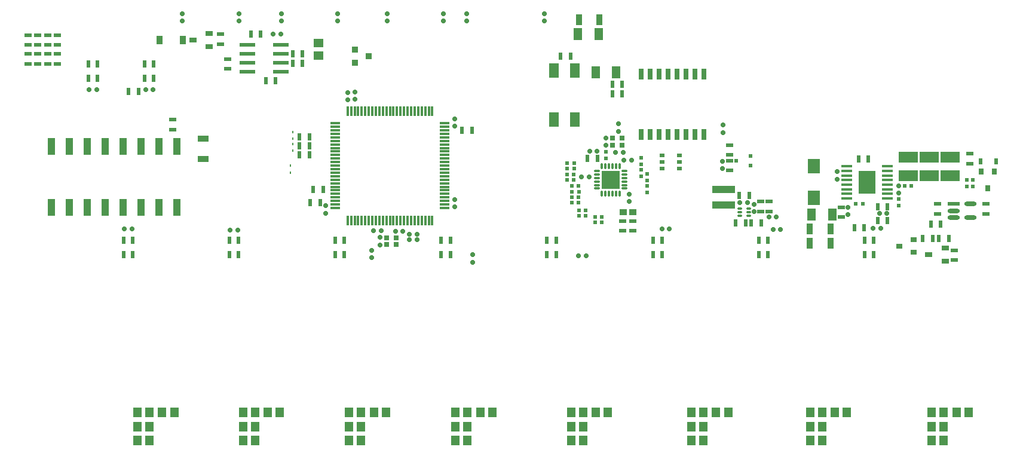
<source format=gbr>
%TF.GenerationSoftware,Altium Limited,Altium Designer,23.11.1 (41)*%
G04 Layer_Color=8421504*
%FSLAX45Y45*%
%MOMM*%
%TF.SameCoordinates,42F4153E-1698-40C0-8701-72EE62771F10*%
%TF.FilePolarity,Positive*%
%TF.FileFunction,Paste,Top*%
%TF.Part,Single*%
G01*
G75*
%TA.AperFunction,SMDPad,CuDef*%
%ADD12R,0.60000X1.00000*%
%ADD13R,0.60000X1.00000*%
%ADD14R,0.58000X0.55000*%
%ADD15R,0.80000X0.90000*%
%ADD16R,0.63000X0.83000*%
%ADD17R,1.00000X0.60000*%
%ADD18R,1.40000X2.00000*%
%ADD19R,1.75564X0.60981*%
G04:AMPARAMS|DCode=20|XSize=1.75564mm|YSize=0.60981mm|CornerRadius=0.3049mm|HoleSize=0mm|Usage=FLASHONLY|Rotation=0.000|XOffset=0mm|YOffset=0mm|HoleType=Round|Shape=RoundedRectangle|*
%AMROUNDEDRECTD20*
21,1,1.75564,0.00000,0,0,0.0*
21,1,1.14583,0.60981,0,0,0.0*
1,1,0.60980,0.57292,0.00000*
1,1,0.60980,-0.57292,0.00000*
1,1,0.60980,-0.57292,0.00000*
1,1,0.60980,0.57292,0.00000*
%
%ADD20ROUNDEDRECTD20*%
%ADD21R,1.20000X1.40000*%
%ADD22R,1.15000X1.40000*%
%ADD23R,1.80000X2.00000*%
G04:AMPARAMS|DCode=24|XSize=0.63mm|YSize=0.61mm|CornerRadius=0.14945mm|HoleSize=0mm|Usage=FLASHONLY|Rotation=0.000|XOffset=0mm|YOffset=0mm|HoleType=Round|Shape=RoundedRectangle|*
%AMROUNDEDRECTD24*
21,1,0.63000,0.31110,0,0,0.0*
21,1,0.33110,0.61000,0,0,0.0*
1,1,0.29890,0.16555,-0.15555*
1,1,0.29890,-0.16555,-0.15555*
1,1,0.29890,-0.16555,0.15555*
1,1,0.29890,0.16555,0.15555*
%
%ADD24ROUNDEDRECTD24*%
G04:AMPARAMS|DCode=25|XSize=0.3mm|YSize=0.67mm|CornerRadius=0.045mm|HoleSize=0mm|Usage=FLASHONLY|Rotation=270.000|XOffset=0mm|YOffset=0mm|HoleType=Round|Shape=RoundedRectangle|*
%AMROUNDEDRECTD25*
21,1,0.30000,0.58000,0,0,270.0*
21,1,0.21000,0.67000,0,0,270.0*
1,1,0.09000,-0.29000,-0.10500*
1,1,0.09000,-0.29000,0.10500*
1,1,0.09000,0.29000,0.10500*
1,1,0.09000,0.29000,-0.10500*
%
%ADD25ROUNDEDRECTD25*%
%ADD26R,0.76000X1.65000*%
%ADD27R,1.15000X1.80000*%
%ADD28R,0.55000X0.58000*%
G04:AMPARAMS|DCode=29|XSize=0.63mm|YSize=0.61mm|CornerRadius=0.14945mm|HoleSize=0mm|Usage=FLASHONLY|Rotation=270.000|XOffset=0mm|YOffset=0mm|HoleType=Round|Shape=RoundedRectangle|*
%AMROUNDEDRECTD29*
21,1,0.63000,0.31110,0,0,270.0*
21,1,0.33110,0.61000,0,0,270.0*
1,1,0.29890,-0.15555,-0.16555*
1,1,0.29890,-0.15555,0.16555*
1,1,0.29890,0.15555,0.16555*
1,1,0.29890,0.15555,-0.16555*
%
%ADD29ROUNDEDRECTD29*%
%ADD30R,0.58000X0.50000*%
%ADD31R,0.75000X0.70000*%
%ADD32R,0.25000X0.36000*%
%ADD33R,2.41000X3.29000*%
%ADD34R,1.50000X0.45000*%
%ADD35O,0.30000X0.85000*%
%ADD36O,0.85000X0.30000*%
%ADD37R,2.60000X2.60000*%
%ADD38R,2.16916X0.58213*%
%ADD39R,1.40000X1.20000*%
%ADD40R,0.85000X0.85000*%
%ADD41R,0.30000X1.47500*%
%ADD42R,1.47500X0.30000*%
%ADD43R,0.80000X0.55000*%
%ADD44R,3.20000X1.00000*%
%ADD45R,0.90000X1.60000*%
%ADD46R,1.60000X0.90000*%
%ADD48R,1.00000X0.80000*%
%ADD49R,0.91000X1.22000*%
%ADD50R,0.90000X0.80000*%
%ADD51R,2.80000X1.65000*%
%ADD52R,1.10606X0.95822*%
%ADD53R,1.13000X2.44000*%
D12*
X5150000Y8060000D02*
D03*
X5290000D02*
D03*
X14575262Y6030500D02*
D03*
X14715263D02*
D03*
X5963574Y6520912D02*
D03*
X5823574D02*
D03*
X12170000Y6050000D02*
D03*
X12030000D02*
D03*
X11950000D02*
D03*
X11810000D02*
D03*
X10060000Y8010000D02*
D03*
X10200000D02*
D03*
X10060000Y7880000D02*
D03*
X10200000D02*
D03*
X13960001Y6280000D02*
D03*
X13820000D02*
D03*
X5630000Y7010000D02*
D03*
X5770000D02*
D03*
X5630000Y7270000D02*
D03*
X5770000D02*
D03*
Y7140000D02*
D03*
X5630000D02*
D03*
X13489999Y5980000D02*
D03*
X13630000D02*
D03*
X13960001Y6080000D02*
D03*
X13820000D02*
D03*
X13689999Y6950000D02*
D03*
X13550000D02*
D03*
X9710013Y6960003D02*
D03*
X9850014D02*
D03*
X5920000Y6340000D02*
D03*
X5780000D02*
D03*
X4940000Y8720000D02*
D03*
X5080000D02*
D03*
X5530000Y8440000D02*
D03*
X5670000D02*
D03*
X5530000Y8310000D02*
D03*
X5670000D02*
D03*
X3205000Y7915000D02*
D03*
X3345000D02*
D03*
X9330000Y8410000D02*
D03*
X9470000D02*
D03*
X14830000Y5830000D02*
D03*
X14689999D02*
D03*
X14460001D02*
D03*
X14600000D02*
D03*
X11860000Y6440000D02*
D03*
X12000000D02*
D03*
X7930000Y7360000D02*
D03*
X8070000D02*
D03*
D13*
X10635000Y5800000D02*
D03*
Y5600000D02*
D03*
X10765000D02*
D03*
Y5800000D02*
D03*
X2765000Y8100000D02*
D03*
Y8300000D02*
D03*
X2635000D02*
D03*
Y8100000D02*
D03*
X3565000D02*
D03*
Y8300000D02*
D03*
X3435000D02*
D03*
Y8100000D02*
D03*
X13635001Y5800000D02*
D03*
Y5600000D02*
D03*
X13764999D02*
D03*
Y5800000D02*
D03*
X12135000D02*
D03*
Y5600000D02*
D03*
X12265000D02*
D03*
Y5800000D02*
D03*
X9135000D02*
D03*
Y5600000D02*
D03*
X9265000D02*
D03*
Y5800000D02*
D03*
X7635000D02*
D03*
Y5600000D02*
D03*
X7765000D02*
D03*
Y5800000D02*
D03*
X6135000D02*
D03*
Y5600000D02*
D03*
X6265000D02*
D03*
Y5800000D02*
D03*
X4635000D02*
D03*
Y5600000D02*
D03*
X4765000D02*
D03*
Y5800000D02*
D03*
X3135000D02*
D03*
Y5600000D02*
D03*
X3265000D02*
D03*
Y5800000D02*
D03*
D14*
X15086702Y6660566D02*
D03*
Y6565566D02*
D03*
X15166745Y6660566D02*
D03*
Y6565566D02*
D03*
X14120000Y6292500D02*
D03*
Y6387500D02*
D03*
X10470000Y6972500D02*
D03*
Y6877500D02*
D03*
Y6707500D02*
D03*
Y6802500D02*
D03*
X10555000Y6742500D02*
D03*
Y6647500D02*
D03*
Y6477500D02*
D03*
Y6572500D02*
D03*
X9970000Y6962500D02*
D03*
Y7057500D02*
D03*
D15*
X15470007Y6775566D02*
D03*
X15290009D02*
D03*
X15380008Y6535566D02*
D03*
D16*
X15501500Y6920000D02*
D03*
X15278500D02*
D03*
D17*
X15130000Y7030000D02*
D03*
X15130000Y6890000D02*
D03*
X15355263Y6315500D02*
D03*
Y6175499D02*
D03*
X14665263Y6315500D02*
D03*
Y6175499D02*
D03*
X2200000Y8710000D02*
D03*
Y8570000D02*
D03*
X2060000Y8710000D02*
D03*
Y8570000D02*
D03*
X1920000Y8710000D02*
D03*
Y8570000D02*
D03*
X1780000D02*
D03*
Y8710000D02*
D03*
X2200000Y8440000D02*
D03*
Y8300000D02*
D03*
X2060000Y8440000D02*
D03*
Y8300000D02*
D03*
X1920000Y8440000D02*
D03*
Y8300000D02*
D03*
X1780000Y8440000D02*
D03*
Y8300000D02*
D03*
X13305000Y6130000D02*
D03*
Y6270000D02*
D03*
X11720000Y7010000D02*
D03*
Y7150000D02*
D03*
Y6790000D02*
D03*
Y6930000D02*
D03*
X4610000Y8370000D02*
D03*
Y8230000D02*
D03*
X10210000Y5935000D02*
D03*
Y6075000D02*
D03*
X10350000Y5935000D02*
D03*
Y6075000D02*
D03*
X3830000Y7370000D02*
D03*
Y7510000D02*
D03*
X4505000Y8720000D02*
D03*
Y8580000D02*
D03*
X14910001Y5660000D02*
D03*
Y5520000D02*
D03*
X12280000Y6350000D02*
D03*
Y6210000D02*
D03*
X12160000Y6350001D02*
D03*
Y6210000D02*
D03*
D18*
X9230015Y7510003D02*
D03*
Y8210002D02*
D03*
X9530014Y7510003D02*
D03*
Y8210002D02*
D03*
D19*
X14897736Y6315500D02*
D03*
D20*
Y6220500D02*
D03*
Y6125500D02*
D03*
X15132791D02*
D03*
Y6315500D02*
D03*
D21*
X14755006Y3360000D02*
D03*
X14585007Y3360000D02*
D03*
X6502369Y3360000D02*
D03*
X6332369Y3360000D02*
D03*
X6502369Y3164979D02*
D03*
X6332369D02*
D03*
X6502369Y2969958D02*
D03*
X6332369D02*
D03*
X5003685Y3360000D02*
D03*
X4833685Y3360000D02*
D03*
X5003685Y3164979D02*
D03*
X4833685D02*
D03*
X5003685Y2969958D02*
D03*
X4833685Y2969959D02*
D03*
X8005006Y3360000D02*
D03*
X7835006D02*
D03*
X8005006Y3164979D02*
D03*
X7835006D02*
D03*
X8005006Y2969958D02*
D03*
X7835006D02*
D03*
X11353715Y3360000D02*
D03*
X11183715D02*
D03*
X11353715Y3164979D02*
D03*
X11183715D02*
D03*
X11353715Y2969958D02*
D03*
X11183715D02*
D03*
X9649131Y3360000D02*
D03*
X9479131D02*
D03*
X9649131Y3164979D02*
D03*
X9479131D02*
D03*
X9649131Y2969959D02*
D03*
X9479131Y2969958D02*
D03*
X13035007Y3360000D02*
D03*
X12865005D02*
D03*
X13035007Y3164979D02*
D03*
X12865005D02*
D03*
X13035007Y2969958D02*
D03*
X12865005D02*
D03*
X14755006Y3164979D02*
D03*
X14585007D02*
D03*
X14755006Y2969958D02*
D03*
X14585007D02*
D03*
X3505000Y3360000D02*
D03*
X3335000Y3360000D02*
D03*
X3505000Y3164979D02*
D03*
X3335000Y3164979D02*
D03*
X3505000Y2969958D02*
D03*
X3335000D02*
D03*
D22*
X6852145Y3361684D02*
D03*
X6682145D02*
D03*
X5350000D02*
D03*
X5180000D02*
D03*
X8360000D02*
D03*
X8190000D02*
D03*
X11701930D02*
D03*
X11531930D02*
D03*
X9997499D02*
D03*
X9827500D02*
D03*
X13381570D02*
D03*
X13211571D02*
D03*
X15108282D02*
D03*
X14938283D02*
D03*
X3853323D02*
D03*
X3683323D02*
D03*
D23*
X12920000Y6400000D02*
D03*
Y6850000D02*
D03*
D24*
X12382500Y6130000D02*
D03*
X12277500D02*
D03*
X13952499Y6180000D02*
D03*
X13847501D02*
D03*
X9737500Y7060000D02*
D03*
X9842500D02*
D03*
X6782500Y5940000D02*
D03*
X6677500D02*
D03*
X10332500Y6940000D02*
D03*
X10227500D02*
D03*
X10212501Y7050000D02*
D03*
X10107500D02*
D03*
X5257500Y8720000D02*
D03*
X5362500D02*
D03*
X9625000Y6700000D02*
D03*
X9730000D02*
D03*
X7187500Y5810000D02*
D03*
X7292500D02*
D03*
X7092500Y5930000D02*
D03*
X6987500D02*
D03*
X7187500Y5890000D02*
D03*
X7292500D02*
D03*
X11867500Y6340000D02*
D03*
X11972500D02*
D03*
X3447500Y7935000D02*
D03*
X3552500D02*
D03*
X4752500Y5950000D02*
D03*
X4647500D02*
D03*
X3252500Y5960000D02*
D03*
X3147500D02*
D03*
X2647500Y7940000D02*
D03*
X2752500D02*
D03*
X13757500Y5970000D02*
D03*
X13862500D02*
D03*
X12337500Y5955000D02*
D03*
X12442500D02*
D03*
X10765000Y5960000D02*
D03*
X10870000D02*
D03*
X9582500Y5580000D02*
D03*
X9687500D02*
D03*
D25*
X11866488Y6149997D02*
D03*
Y6199997D02*
D03*
Y6249997D02*
D03*
X11993487D02*
D03*
Y6199997D02*
D03*
Y6149997D02*
D03*
D26*
X10465500Y7304500D02*
D03*
X10592500D02*
D03*
X10719500D02*
D03*
X10846500D02*
D03*
X10973500D02*
D03*
X11100500D02*
D03*
X11227500D02*
D03*
X11354500D02*
D03*
Y8155500D02*
D03*
X11227500D02*
D03*
X11100500D02*
D03*
X10973500D02*
D03*
X10846500D02*
D03*
X10719500D02*
D03*
X10592500D02*
D03*
X10465500D02*
D03*
D27*
X9825000Y8180000D02*
D03*
X10115000D02*
D03*
X13175000Y6170000D02*
D03*
X12885001D02*
D03*
X9865000Y8720000D02*
D03*
X9575000D02*
D03*
D28*
X13512500Y6320000D02*
D03*
X13607500D02*
D03*
X9422500Y6895000D02*
D03*
X9517500D02*
D03*
X9517500Y6820000D02*
D03*
X9422500D02*
D03*
X9515000Y6735000D02*
D03*
X9419999D02*
D03*
X9417500Y6660000D02*
D03*
X9512500D02*
D03*
X9487500Y6570000D02*
D03*
X9582500D02*
D03*
X9585000Y6490000D02*
D03*
X9490000D02*
D03*
X9582500Y6415000D02*
D03*
X9487500D02*
D03*
Y6340000D02*
D03*
X9582500D02*
D03*
X9585000Y6225000D02*
D03*
X9680000D02*
D03*
Y6150000D02*
D03*
X9585000D02*
D03*
X9912500Y6135000D02*
D03*
X9817500D02*
D03*
X9912500Y6060000D02*
D03*
X9817500D02*
D03*
X14297501Y6570000D02*
D03*
X14202499D02*
D03*
D29*
X13400000Y6167500D02*
D03*
Y6272500D02*
D03*
X13250000Y6667500D02*
D03*
Y6772500D02*
D03*
X11620000Y6817499D02*
D03*
Y6922500D02*
D03*
X14120000Y6572500D02*
D03*
Y6467500D02*
D03*
X10150000Y7347500D02*
D03*
Y7452500D02*
D03*
X9970000Y7252500D02*
D03*
Y7147500D02*
D03*
X6000000Y6187500D02*
D03*
Y6292500D02*
D03*
X6410000Y7797500D02*
D03*
Y7902500D02*
D03*
X6310000Y7792500D02*
D03*
Y7897500D02*
D03*
X11630000Y7327500D02*
D03*
Y7432500D02*
D03*
X6770000Y5842500D02*
D03*
Y5737500D02*
D03*
X8080000Y5492500D02*
D03*
Y5597500D02*
D03*
X7830000Y7417500D02*
D03*
Y7522500D02*
D03*
Y6277500D02*
D03*
Y6382500D02*
D03*
X12070000Y6312501D02*
D03*
Y6207500D02*
D03*
X10300000Y6455001D02*
D03*
Y6350000D02*
D03*
X9100001Y9015001D02*
D03*
Y8910000D02*
D03*
X8000000Y9015001D02*
D03*
Y8910000D02*
D03*
X7670000Y9015001D02*
D03*
Y8910000D02*
D03*
X6870000Y9015001D02*
D03*
Y8910000D02*
D03*
X6170000Y9015001D02*
D03*
Y8910000D02*
D03*
X5369999Y9015001D02*
D03*
Y8910000D02*
D03*
X4769999Y9015001D02*
D03*
Y8910000D02*
D03*
X3969998Y9015001D02*
D03*
Y8910000D02*
D03*
X6650000Y5557500D02*
D03*
Y5662500D02*
D03*
D30*
X12021998Y6865011D02*
D03*
Y6995011D02*
D03*
X11817997Y6930011D02*
D03*
D31*
X6862500Y5840000D02*
D03*
X6997500D02*
D03*
Y5740000D02*
D03*
X6862500D02*
D03*
X10200000Y7250000D02*
D03*
X10065000D02*
D03*
Y7150000D02*
D03*
X10200000D02*
D03*
D32*
X5530000Y7242500D02*
D03*
Y7337500D02*
D03*
Y7167500D02*
D03*
Y7072500D02*
D03*
X5500000Y6762500D02*
D03*
Y6857500D02*
D03*
D33*
X13670000Y6622500D02*
D03*
D34*
X13960001Y6395000D02*
D03*
Y6460000D02*
D03*
Y6525000D02*
D03*
Y6590000D02*
D03*
Y6655000D02*
D03*
Y6720000D02*
D03*
Y6785000D02*
D03*
Y6850000D02*
D03*
X13380000Y6395000D02*
D03*
Y6460000D02*
D03*
Y6525000D02*
D03*
Y6590000D02*
D03*
Y6655000D02*
D03*
Y6720000D02*
D03*
Y6785000D02*
D03*
Y6850000D02*
D03*
D35*
X10165000Y6855000D02*
D03*
X10115000D02*
D03*
X10065000D02*
D03*
X10015000D02*
D03*
X9965000D02*
D03*
X9915000D02*
D03*
Y6465000D02*
D03*
X9965000D02*
D03*
X10015000D02*
D03*
X10065000D02*
D03*
X10115000D02*
D03*
X10165000D02*
D03*
D36*
X9845000Y6785000D02*
D03*
Y6735000D02*
D03*
Y6685000D02*
D03*
Y6635000D02*
D03*
Y6585000D02*
D03*
Y6535000D02*
D03*
X10235000D02*
D03*
Y6585000D02*
D03*
Y6635000D02*
D03*
Y6685000D02*
D03*
Y6735000D02*
D03*
Y6785000D02*
D03*
D37*
X10040000Y6660000D02*
D03*
D38*
X4887280Y8567000D02*
D03*
Y8440000D02*
D03*
Y8313000D02*
D03*
Y8186000D02*
D03*
X5360000D02*
D03*
Y8313000D02*
D03*
Y8440000D02*
D03*
Y8567000D02*
D03*
D39*
X5895000Y8595000D02*
D03*
Y8415000D02*
D03*
D40*
X6410000Y8505000D02*
D03*
Y8315000D02*
D03*
X6610000Y8410000D02*
D03*
D41*
X6310000Y6086200D02*
D03*
X6360000D02*
D03*
X6410000D02*
D03*
X6460000D02*
D03*
X6510000D02*
D03*
X6560000Y6086200D02*
D03*
X6610000Y6086200D02*
D03*
X6660000D02*
D03*
X6710000D02*
D03*
X6760000D02*
D03*
X6810000D02*
D03*
X6860000Y6086200D02*
D03*
X6910000D02*
D03*
X6960000D02*
D03*
X7010000Y6086200D02*
D03*
X7060000D02*
D03*
X7110000D02*
D03*
X7160000D02*
D03*
X7210000D02*
D03*
X7260000Y6086200D02*
D03*
X7310000Y6086200D02*
D03*
X7360000D02*
D03*
X7410000D02*
D03*
X7460000D02*
D03*
X7510000D02*
D03*
Y7633800D02*
D03*
X7460000D02*
D03*
X7410000D02*
D03*
X7360000D02*
D03*
X7310000D02*
D03*
X7260000Y7633800D02*
D03*
X7210000Y7633800D02*
D03*
X7160000D02*
D03*
X7110000D02*
D03*
X7060000D02*
D03*
X7010000D02*
D03*
X6960000Y7633800D02*
D03*
X6910000D02*
D03*
X6860000D02*
D03*
X6810000Y7633800D02*
D03*
X6760000D02*
D03*
X6710000D02*
D03*
X6660000D02*
D03*
X6610000D02*
D03*
X6560000Y7633800D02*
D03*
X6510000Y7633800D02*
D03*
X6460000D02*
D03*
X6410000D02*
D03*
X6360000D02*
D03*
X6310000D02*
D03*
D42*
X7683800Y6260000D02*
D03*
Y6310000D02*
D03*
Y6360000D02*
D03*
Y6410000D02*
D03*
Y6460000D02*
D03*
X7683800Y6510000D02*
D03*
X7683800Y6560000D02*
D03*
Y6610000D02*
D03*
Y6660000D02*
D03*
Y6710000D02*
D03*
Y6760000D02*
D03*
X7683800Y6810000D02*
D03*
Y6860000D02*
D03*
Y6910000D02*
D03*
X7683800Y6960000D02*
D03*
Y7010000D02*
D03*
Y7060000D02*
D03*
Y7110000D02*
D03*
Y7160000D02*
D03*
X7683800Y7210000D02*
D03*
X7683800Y7260000D02*
D03*
Y7310000D02*
D03*
Y7360000D02*
D03*
Y7410000D02*
D03*
Y7460000D02*
D03*
X6136200D02*
D03*
Y7410000D02*
D03*
Y7360000D02*
D03*
Y7310000D02*
D03*
Y7260000D02*
D03*
X6136200Y7210000D02*
D03*
X6136200Y7160000D02*
D03*
Y7110000D02*
D03*
Y7060000D02*
D03*
Y7010000D02*
D03*
Y6960000D02*
D03*
X6136200Y6910000D02*
D03*
Y6860000D02*
D03*
Y6810000D02*
D03*
X6136200Y6760000D02*
D03*
Y6710000D02*
D03*
Y6660000D02*
D03*
Y6610000D02*
D03*
Y6560000D02*
D03*
X6136200Y6510000D02*
D03*
X6136200Y6460000D02*
D03*
Y6410000D02*
D03*
Y6360000D02*
D03*
Y6310000D02*
D03*
Y6260000D02*
D03*
D43*
X10770000Y6815000D02*
D03*
Y6910000D02*
D03*
Y7005000D02*
D03*
X11010000D02*
D03*
Y6910000D02*
D03*
Y6815000D02*
D03*
D44*
X11640000Y6300000D02*
D03*
Y6520000D02*
D03*
D45*
X12860001Y5965000D02*
D03*
X13149998D02*
D03*
X12860001Y5760000D02*
D03*
X13149998D02*
D03*
X9875000Y8930000D02*
D03*
X9585001D02*
D03*
D46*
X4260000Y6955000D02*
D03*
Y7244999D02*
D03*
D48*
X4350000Y8545000D02*
D03*
Y8735000D02*
D03*
X4120000Y8640000D02*
D03*
X14545000Y5600000D02*
D03*
X14775000Y5695000D02*
D03*
Y5505000D02*
D03*
D49*
X3974000Y8640000D02*
D03*
X3646000D02*
D03*
D50*
X14130000Y5720000D02*
D03*
X14330000Y5810000D02*
D03*
Y5630000D02*
D03*
D51*
X14850000Y6717500D02*
D03*
Y6982500D02*
D03*
X14550000Y6717500D02*
D03*
Y6982500D02*
D03*
X14250000Y6717500D02*
D03*
Y6982500D02*
D03*
D52*
X10212392Y6200000D02*
D03*
X10347608D02*
D03*
D53*
X2111000Y6270000D02*
D03*
X2365000D02*
D03*
X2619000D02*
D03*
X2873000D02*
D03*
X3127000D02*
D03*
X3381000D02*
D03*
X3635000D02*
D03*
X3889000D02*
D03*
Y7130000D02*
D03*
X3635000D02*
D03*
X3381000D02*
D03*
X3127000D02*
D03*
X2873000D02*
D03*
X2619000D02*
D03*
X2365000D02*
D03*
X2111000D02*
D03*
%TF.MD5,4aa3c3136c0d1cf5c6686b7a23275a7e*%
M02*

</source>
